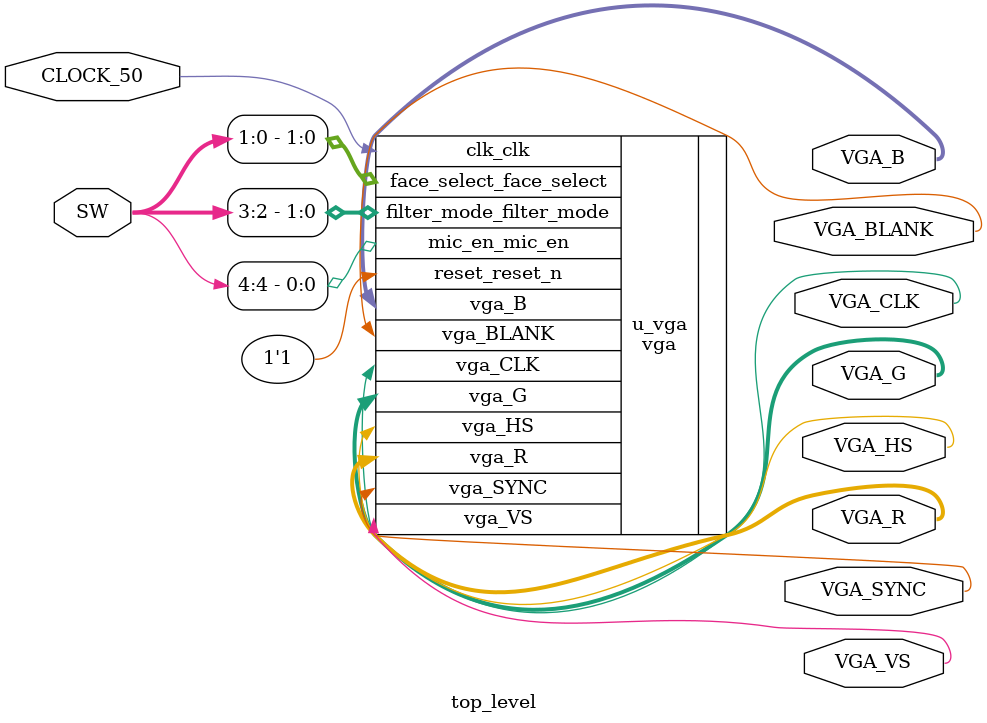
<source format=sv>
module top_level (
		input  wire        CLOCK_50,
		input  wire [17:0] SW,
		
		output wire        VGA_CLK,    
		output wire        VGA_HS,     
		output wire        VGA_VS,     
		output wire        VGA_BLANK,  
		output wire        VGA_SYNC,   
		output wire [7:0]  VGA_R,        
		output wire [7:0]  VGA_G,        
		output wire [7:0]  VGA_B         
);

vga u_vga (
		.clk_clk(CLOCK_50),
		.face_select_face_select(SW[1:0]),
		.reset_reset_n(1'b1),
		.mic_en_mic_en(SW[4]),
		.filter_mode_filter_mode(SW[3:2]),
		.vga_CLK(VGA_CLK),
		.vga_HS(VGA_HS),
		.vga_VS(VGA_VS),
		.vga_BLANK(VGA_BLANK),
		.vga_SYNC(VGA_SYNC),
		.vga_R(VGA_R),
		.vga_G(VGA_G),
		.vga_B(VGA_B)
	);

endmodule


</source>
